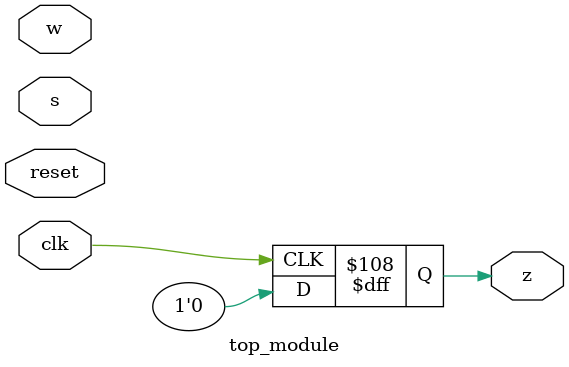
<source format=sv>
module top_module (
	input clk,
	input reset,
	input s,
	input w,
	output reg z
);

reg [3:0] state, next_state;

parameter A = 4'b0001;
parameter B = 4'b0010;
parameter C = 4'b0011;
parameter S10 = 4'b0100;
parameter S11 = 4'b0101;
parameter S20 = 4'b0110;
parameter S21 = 4'b0111;
parameter S22 = 4'b1000;

always @(posedge clk) begin
	if (reset) begin
		state <= A;
	end else begin
		state <= next_state;
	end
end

always @* begin
	case(state)
		A: begin
			if (s) begin
				next_state = B;
			end else begin
				next_state = A;
			end
		end
		B: begin
			if (w) begin
				next_state = S11;
			end else begin
				next_state = S10;
			end
		end
		C: begin
			if (w) begin
				next_state = S11;
			end else begin
				next_state = S10;
			end
		end
		S10: begin
			if (w) begin
				next_state = S21;
			end else begin
				next_state = S20;
			end
		end
		S11: begin
			if (w) begin
				next_state = S22;
			end else begin
				if (state == S21) begin
					next_state = C;
				end else begin
					next_state = B;
				end
			end
		end
		S20: begin
			next_state = B;
		end
		S21: begin
			if (w) begin
				next_state = C;
			end else begin
				next_state = B;
			end
		end
		S22: begin
			if (w) begin
				next_state = B;
			end else begin
				next_state = C;
			end
		end
	endcase
end

always @(posedge clk) begin
	if (reset) begin
		z <= 0;
	end else begin
		z <= 0;
		case(state)
			A: z <= 1'b0;
			B: z <= 1'b0;
			C: z <= 1'b0;
			S10: z <= 1'b0;
			S11: z <= 1'b0;
			S20: z <= 1'b0;
			S21: z <= 1'b0;
			S22: z <= 1'b0;
		endcase
	end
end

endmodule

</source>
